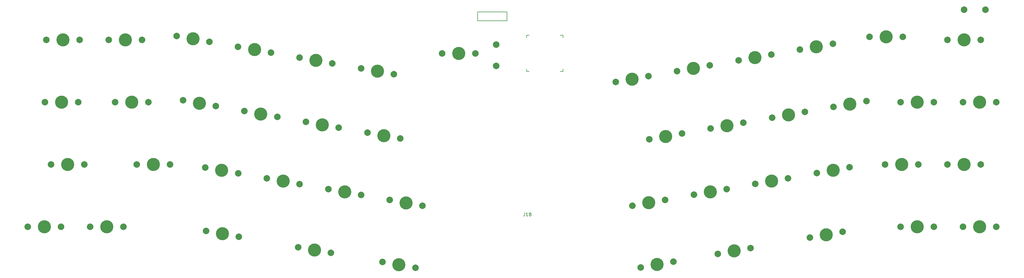
<source format=gbr>
G04 #@! TF.GenerationSoftware,KiCad,Pcbnew,(6.0.2-0)*
G04 #@! TF.CreationDate,2022-02-23T09:44:19+09:00*
G04 #@! TF.ProjectId,aliceball,616c6963-6562-4616-9c6c-2e6b69636164,rev?*
G04 #@! TF.SameCoordinates,Original*
G04 #@! TF.FileFunction,Legend,Top*
G04 #@! TF.FilePolarity,Positive*
%FSLAX46Y46*%
G04 Gerber Fmt 4.6, Leading zero omitted, Abs format (unit mm)*
G04 Created by KiCad (PCBNEW (6.0.2-0)) date 2022-02-23 09:44:19*
%MOMM*%
%LPD*%
G01*
G04 APERTURE LIST*
%ADD10C,0.150000*%
%ADD11C,4.000000*%
%ADD12C,2.000000*%
G04 APERTURE END LIST*
D10*
X175212476Y-82840380D02*
X175212476Y-83554666D01*
X175164857Y-83697523D01*
X175069619Y-83792761D01*
X174926761Y-83840380D01*
X174831523Y-83840380D01*
X176212476Y-83840380D02*
X175641047Y-83840380D01*
X175926761Y-83840380D02*
X175926761Y-82840380D01*
X175831523Y-82983238D01*
X175736285Y-83078476D01*
X175641047Y-83126095D01*
X176783904Y-83268952D02*
X176688666Y-83221333D01*
X176641047Y-83173714D01*
X176593428Y-83078476D01*
X176593428Y-83030857D01*
X176641047Y-82935619D01*
X176688666Y-82888000D01*
X176783904Y-82840380D01*
X176974380Y-82840380D01*
X177069619Y-82888000D01*
X177117238Y-82935619D01*
X177164857Y-83030857D01*
X177164857Y-83078476D01*
X177117238Y-83173714D01*
X177069619Y-83221333D01*
X176974380Y-83268952D01*
X176783904Y-83268952D01*
X176688666Y-83316571D01*
X176641047Y-83364190D01*
X176593428Y-83459428D01*
X176593428Y-83649904D01*
X176641047Y-83745142D01*
X176688666Y-83792761D01*
X176783904Y-83840380D01*
X176974380Y-83840380D01*
X177069619Y-83792761D01*
X177117238Y-83745142D01*
X177164857Y-83649904D01*
X177164857Y-83459428D01*
X177117238Y-83364190D01*
X177069619Y-83316571D01*
X176974380Y-83268952D01*
X175799750Y-39655750D02*
X176593500Y-39655750D01*
X175799750Y-38862000D02*
X175799750Y-39655750D01*
X175799750Y-28543250D02*
X175799750Y-29337000D01*
X176593500Y-28543250D02*
X175799750Y-28543250D01*
X186912250Y-39655750D02*
X186912250Y-38862000D01*
X186118500Y-39655750D02*
X186912250Y-39655750D01*
X186912250Y-28543250D02*
X186912250Y-29337000D01*
X186118500Y-28543250D02*
X186912250Y-28543250D01*
X169854000Y-24169500D02*
X160854000Y-24169500D01*
X160854000Y-24169500D02*
X160854000Y-21419500D01*
X160854000Y-21419500D02*
X169854000Y-21419500D01*
X169854000Y-21419500D02*
X169854000Y-24169500D01*
D11*
X309372000Y-29971817D03*
D12*
X314452000Y-29971817D03*
X304292000Y-29971817D03*
D11*
X285559500Y-29019317D03*
D12*
X290639500Y-29019317D03*
X280479500Y-29019317D03*
D11*
X267306003Y-89566137D03*
D12*
X272308826Y-88684004D03*
X262303180Y-90448270D03*
D11*
X239131420Y-94515552D03*
D12*
X244134243Y-93633419D03*
X234128597Y-95397685D03*
D11*
X111052213Y-94239213D03*
D12*
X106049390Y-93357080D03*
X116055036Y-95121346D03*
D11*
X82929056Y-89265846D03*
D12*
X77926233Y-88383713D03*
X87931879Y-90147979D03*
D11*
X35701196Y-68073560D03*
D12*
X30621196Y-68073560D03*
X40781196Y-68073560D03*
D11*
X33811560Y-49008483D03*
D12*
X28731560Y-49008483D03*
X38891560Y-49008483D03*
X309054500Y-87121817D03*
X319214500Y-87121817D03*
D11*
X314134500Y-87121817D03*
D12*
X304292000Y-68071817D03*
X314452000Y-68071817D03*
D11*
X309372000Y-68071817D03*
D12*
X309054500Y-49021817D03*
X319214500Y-49021817D03*
D11*
X314134500Y-49021817D03*
D12*
X290004500Y-87121817D03*
X300164500Y-87121817D03*
D11*
X295084500Y-87121817D03*
D12*
X285242000Y-68071817D03*
X295402000Y-68071817D03*
D11*
X290322000Y-68071817D03*
D12*
X290004500Y-49021817D03*
X300164500Y-49021817D03*
D11*
X295084500Y-49021817D03*
D12*
X264373410Y-70724637D03*
X274379056Y-68960371D03*
D11*
X269376233Y-69842504D03*
D12*
X269507677Y-50475450D03*
X279513323Y-48711184D03*
D11*
X274510500Y-49593317D03*
D12*
X259258261Y-32938822D03*
X269263907Y-31174556D03*
D11*
X264261084Y-32056689D03*
D12*
X245612822Y-74032635D03*
X255618468Y-72268369D03*
D11*
X250615645Y-73150502D03*
D12*
X250747089Y-53783448D03*
X260752735Y-52019182D03*
D11*
X255749912Y-52901315D03*
D12*
X240497674Y-36246820D03*
X250503320Y-34482554D03*
D11*
X245500497Y-35364687D03*
D12*
X226852235Y-77340633D03*
X236857881Y-75576367D03*
D11*
X231855058Y-76458500D03*
D12*
X231986501Y-57091446D03*
X241992147Y-55327180D03*
D11*
X236989324Y-56209313D03*
D12*
X221737086Y-39554817D03*
X231742732Y-37790551D03*
D11*
X226739909Y-38672684D03*
D12*
X210649221Y-99541538D03*
X220654867Y-97777272D03*
D11*
X215652044Y-98659405D03*
D12*
X208091647Y-80648630D03*
X218097293Y-78884364D03*
D11*
X213094470Y-79766497D03*
D12*
X213225914Y-60399444D03*
X223231560Y-58635178D03*
D11*
X218228737Y-59517311D03*
D12*
X202976498Y-42862815D03*
X212982144Y-41098549D03*
D11*
X207979321Y-41980682D03*
D12*
X149987000Y-34099500D03*
X160147000Y-34099500D03*
D11*
X155067000Y-34099500D03*
D12*
X131837209Y-97881154D03*
X141842855Y-99645420D03*
D11*
X136840032Y-98763287D03*
D12*
X134019572Y-78922086D03*
X144025218Y-80686352D03*
D11*
X139022395Y-79804219D03*
D12*
X127196852Y-58375180D03*
X137202498Y-60139446D03*
D11*
X132199675Y-59257313D03*
D12*
X125251886Y-38688354D03*
X135257532Y-40452620D03*
D11*
X130254709Y-39570487D03*
D12*
X115258984Y-75614090D03*
X125264630Y-77378356D03*
D11*
X120261807Y-76496223D03*
D12*
X108436264Y-55067182D03*
X118441910Y-56831448D03*
D11*
X113439087Y-55949315D03*
D12*
X106491298Y-35380355D03*
X116496944Y-37144621D03*
D11*
X111494121Y-36262488D03*
D12*
X96498396Y-72306092D03*
X106504042Y-74070358D03*
D11*
X101501219Y-73188225D03*
D12*
X89675677Y-51759184D03*
X99681323Y-53523450D03*
D11*
X94678500Y-52641317D03*
D12*
X87730710Y-32072357D03*
X97736356Y-33836623D03*
D11*
X92733533Y-32954490D03*
D12*
X77737809Y-68998093D03*
X87743455Y-70762359D03*
D11*
X82740632Y-69880226D03*
D12*
X70915089Y-48451187D03*
X80920735Y-50215453D03*
D11*
X75917912Y-49333320D03*
D12*
X68970123Y-28764359D03*
X78975769Y-30528625D03*
D11*
X73972946Y-29646492D03*
D12*
X42545000Y-87121817D03*
X52705000Y-87121817D03*
D11*
X47625000Y-87121817D03*
D12*
X56832500Y-68071817D03*
X66992500Y-68071817D03*
D11*
X61912500Y-68071817D03*
D12*
X50165000Y-49021817D03*
X60325000Y-49021817D03*
D11*
X55245000Y-49021817D03*
D12*
X48260000Y-29971817D03*
X58420000Y-29971817D03*
D11*
X53340000Y-29971817D03*
D12*
X23495000Y-87121817D03*
X33655000Y-87121817D03*
D11*
X28575000Y-87121817D03*
D12*
X29210000Y-29971817D03*
X39370000Y-29971817D03*
D11*
X34290000Y-29971817D03*
D12*
X309360500Y-20764500D03*
X315860500Y-20764500D03*
X166497000Y-31421000D03*
X166497000Y-37921000D03*
M02*

</source>
